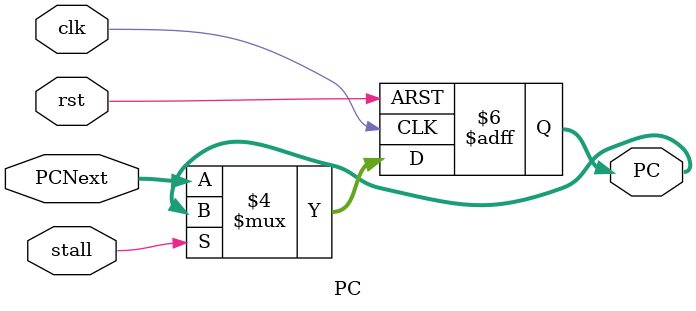
<source format=v>
module PC#(parameter width = 32)
    (
        input clk, rst, stall,
        input [width-1:0] PCNext,
        output reg [width-1:0] PC
    );

    always @(posedge clk, negedge rst) begin
        if (!rst) begin
            PC <= {width{1'b0}};
        end
        else if (stall==0) begin
            PC <= PCNext;
        end
    end
endmodule


</source>
